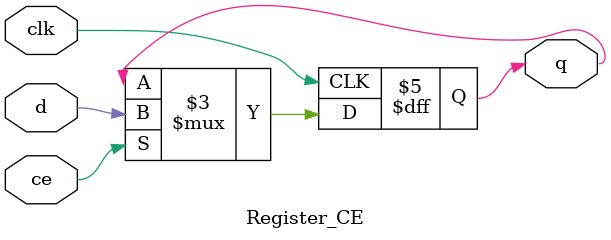
<source format=v>
module Register_CE (
    q,
    d,
    ce,
    clk
);
    parameter N = 1;
    output reg [N-1:0] q;
    input [N-1:0] d;
    input ce, clk;
    initial q = {N{1'b0}};
    always @(posedge clk) if (ce) q <= d;
endmodule  // REGISTER_CE

</source>
